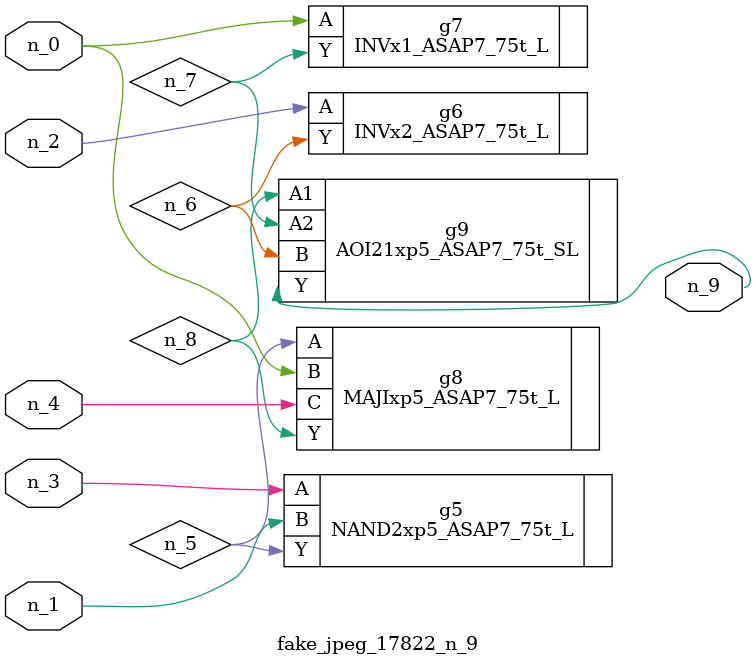
<source format=v>
module fake_jpeg_17822_n_9 (n_3, n_2, n_1, n_0, n_4, n_9);

input n_3;
input n_2;
input n_1;
input n_0;
input n_4;

output n_9;

wire n_8;
wire n_6;
wire n_5;
wire n_7;

NAND2xp5_ASAP7_75t_L g5 ( 
.A(n_3),
.B(n_1),
.Y(n_5)
);

INVx2_ASAP7_75t_L g6 ( 
.A(n_2),
.Y(n_6)
);

INVx1_ASAP7_75t_L g7 ( 
.A(n_0),
.Y(n_7)
);

MAJIxp5_ASAP7_75t_L g8 ( 
.A(n_5),
.B(n_0),
.C(n_4),
.Y(n_8)
);

AOI21xp5_ASAP7_75t_SL g9 ( 
.A1(n_8),
.A2(n_7),
.B(n_6),
.Y(n_9)
);


endmodule
</source>
